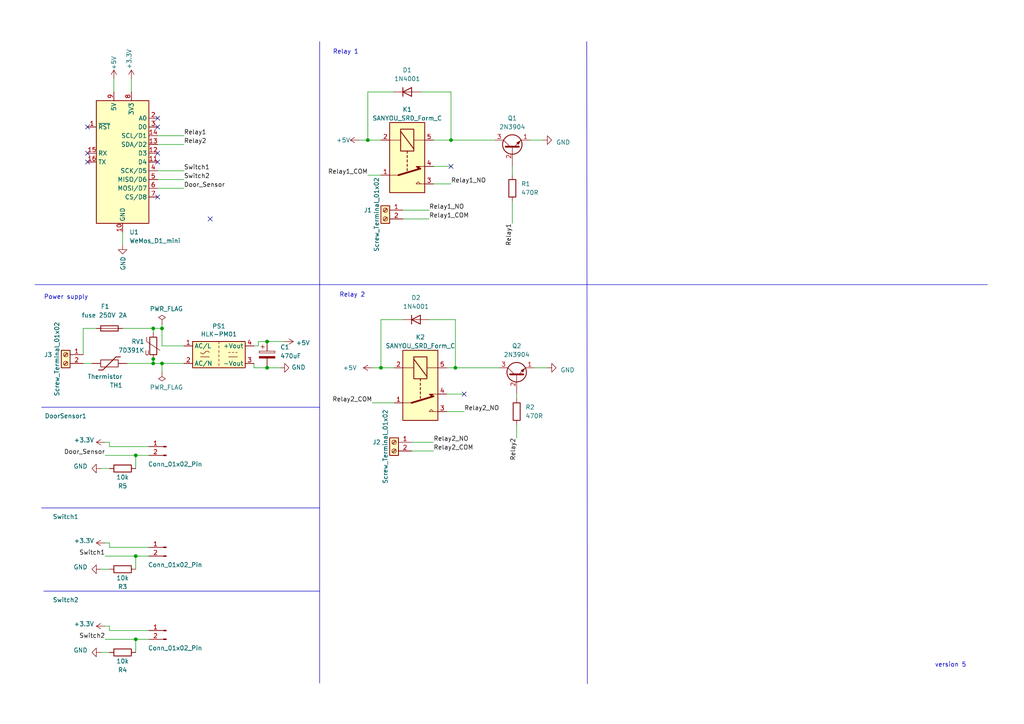
<source format=kicad_sch>
(kicad_sch (version 20230121) (generator eeschema)
  (paper "A4")
  (lib_symbols
    (symbol "Connector:Conn_01x02_Pin" (pin_names (offset 1.016) hide)
      (property "Reference" "J" (at 0 2.54 0))
      (property "Value" "Conn_01x02_Pin" (at 0 -5.08 0))
      (symbol "Conn_01x02_Pin_1_1"
        (polyline (pts (xy 1.27 -2.54) (xy 0.8636 -2.54)) (stroke (width 0.1524)))
        (polyline (pts (xy 1.27 0) (xy 0.8636 0)) (stroke (width 0.1524)))
        (rectangle (start 0.8636 -2.413) (end 0 -2.667) (stroke (width 0.1524)) (fill (type outline)))
        (rectangle (start 0.8636 0.127) (end 0 -0.127) (stroke (width 0.1524)) (fill (type outline)))
        (pin passive line (at 5.08 0 180) (length 3.81) (name "Pin_1") (number "1"))
        (pin passive line (at 5.08 -2.54 180) (length 3.81) (name "Pin_2") (number "2"))
      )
    )
    (symbol "Connector:Screw_Terminal_01x02" (pin_names (offset 1.016) hide)
      (property "Reference" "J" (at 0 2.54 0))
      (property "Value" "Screw_Terminal_01x02" (at 0 -5.08 0))
      (symbol "Screw_Terminal_01x02_1_1"
        (rectangle (start -1.27 1.27) (end 1.27 -3.81) (stroke (width 0.254)) (fill (type background)))
        (circle (center 0 -2.54) (radius 0.635) (stroke (width 0.1524)))
        (polyline (pts (xy -0.5334 -2.2098) (xy 0.3302 -3.048)) (stroke (width 0.1524)))
        (polyline (pts (xy -0.5334 0.3302) (xy 0.3302 -0.508)) (stroke (width 0.1524)))
        (polyline (pts (xy -0.3556 -2.032) (xy 0.508 -2.8702)) (stroke (width 0.1524)))
        (polyline (pts (xy -0.3556 0.508) (xy 0.508 -0.3302)) (stroke (width 0.1524)))
        (circle (center 0 0) (radius 0.635) (stroke (width 0.1524)))
        (pin passive line (at -5.08 0 0) (length 3.81) (name "Pin_1") (number "1"))
        (pin passive line (at -5.08 -2.54 0) (length 3.81) (name "Pin_2") (number "2"))
      )
    )
    (symbol "Converter_ACDC:HLK-PM01"
      (property "Reference" "PS" (at 0 5.08 0))
      (property "Value" "HLK-PM01" (at 0 -5.08 0))
      (symbol "HLK-PM01_0_1"
        (rectangle (start -7.62 3.81) (end 7.62 -3.81) (stroke (width 0.254)) (fill (type background)))
        (arc (start -5.334 0.635) (mid -4.699 0.2495) (end -4.064 0.635))
        (arc (start -2.794 0.635) (mid -3.429 1.0072) (end -4.064 0.635))
        (polyline (pts (xy -5.334 -0.635) (xy -2.794 -0.635)))
        (polyline (pts (xy 0 -2.54) (xy 0 -3.175)))
        (polyline (pts (xy 0 -1.27) (xy 0 -1.905)))
        (polyline (pts (xy 0 0) (xy 0 -0.635)))
        (polyline (pts (xy 0 1.27) (xy 0 0.635)))
        (polyline (pts (xy 0 2.54) (xy 0 1.905)))
        (polyline (pts (xy 0 3.81) (xy 0 3.175)))
        (polyline (pts (xy 2.794 -0.635) (xy 5.334 -0.635)))
        (polyline (pts (xy 2.794 0.635) (xy 3.302 0.635)))
        (polyline (pts (xy 3.81 0.635) (xy 4.318 0.635)))
        (polyline (pts (xy 4.826 0.635) (xy 5.334 0.635)))
      )
      (symbol "HLK-PM01_1_1"
        (pin power_in line (at -10.16 2.54 0) (length 2.54) (name "AC/L") (number "1"))
        (pin power_in line (at -10.16 -2.54 0) (length 2.54) (name "AC/N") (number "2"))
        (pin power_out line (at 10.16 -2.54 180) (length 2.54) (name "-Vout") (number "3"))
        (pin power_out line (at 10.16 2.54 180) (length 2.54) (name "+Vout") (number "4"))
      )
    )
    (symbol "Device:C_Polarized" (pin_numbers hide) (pin_names (offset 0.254))
      (property "Reference" "C" (at 0.635 2.54 0))
      (property "Value" "C_Polarized" (at 0.635 -2.54 0))
      (symbol "C_Polarized_0_1"
        (rectangle (start -2.286 0.508) (end 2.286 1.016))
        (polyline (pts (xy -1.778 2.286) (xy -0.762 2.286)))
        (polyline (pts (xy -1.27 2.794) (xy -1.27 1.778)))
        (rectangle (start 2.286 -0.508) (end -2.286 -1.016) (fill (type outline)))
      )
      (symbol "C_Polarized_1_1"
        (pin passive line (at 0 3.81 270) (length 2.794) (name "~") (number "1"))
        (pin passive line (at 0 -3.81 90) (length 2.794) (name "~") (number "2"))
      )
    )
    (symbol "Device:Fuse" (pin_numbers hide) (pin_names (offset 0))
      (property "Reference" "F" (at 2.032 0 90))
      (property "Value" "Fuse" (at -1.905 0 90))
      (symbol "Fuse_0_1"
        (rectangle (start -0.762 -2.54) (end 0.762 2.54) (stroke (width 0.254)))
        (polyline (pts (xy 0 2.54) (xy 0 -2.54)))
      )
      (symbol "Fuse_1_1"
        (pin passive line (at 0 3.81 270) (length 1.27) (name "~") (number "1"))
        (pin passive line (at 0 -3.81 90) (length 1.27) (name "~") (number "2"))
      )
    )
    (symbol "Device:R" (pin_numbers hide) (pin_names (offset 0))
      (property "Reference" "R" (at 2.032 0 90))
      (property "Value" "R" (at 0 0 90))
      (symbol "R_0_1"
        (rectangle (start -1.016 -2.54) (end 1.016 2.54) (stroke (width 0.254)))
      )
      (symbol "R_1_1"
        (pin passive line (at 0 3.81 270) (length 1.27) (name "~") (number "1"))
        (pin passive line (at 0 -3.81 90) (length 1.27) (name "~") (number "2"))
      )
    )
    (symbol "Device:Thermistor" (pin_numbers hide) (pin_names (offset 0))
      (property "Reference" "TH" (at 2.54 1.27 90))
      (property "Value" "Thermistor" (at -2.54 0 90))
      (symbol "Thermistor_0_1"
        (rectangle (start -1.016 2.54) (end 1.016 -2.54) (stroke (width 0.2032)))
        (polyline (pts (xy -1.905 3.175) (xy -1.905 1.905) (xy 1.905 -1.905) (xy 1.905 -3.175) (xy 1.905 -3.175)) (stroke (width 0.254)))
      )
      (symbol "Thermistor_1_1"
        (pin passive line (at 0 5.08 270) (length 2.54) (name "~") (number "1"))
        (pin passive line (at 0 -5.08 90) (length 2.54) (name "~") (number "2"))
      )
    )
    (symbol "Device:Varistor" (pin_numbers hide) (pin_names (offset 0))
      (property "Reference" "RV" (at 3.175 0 90))
      (property "Value" "Varistor" (at -3.175 0 90))
      (symbol "Varistor_0_0"
        (text "U" (at -1.778 -2.032 0) (effects (font (size 1.27 1.27))))
      )
      (symbol "Varistor_0_1"
        (rectangle (start -1.016 -2.54) (end 1.016 2.54) (stroke (width 0.254)))
        (polyline (pts (xy -1.905 2.54) (xy -1.905 1.27) (xy 1.905 -1.27)))
      )
      (symbol "Varistor_1_1"
        (pin passive line (at 0 3.81 270) (length 1.27) (name "~") (number "1"))
        (pin passive line (at 0 -3.81 90) (length 1.27) (name "~") (number "2"))
      )
    )
    (symbol "Diode:1N4001" (pin_numbers hide) (pin_names hide)
      (property "Reference" "D" (at 0 2.54 0))
      (property "Value" "1N4001" (at 0 -2.54 0))
      (symbol "1N4001_0_1"
        (polyline (pts (xy -1.27 1.27) (xy -1.27 -1.27)) (stroke (width 0.254)))
        (polyline (pts (xy 1.27 0) (xy -1.27 0)))
        (polyline (pts (xy 1.27 1.27) (xy 1.27 -1.27) (xy -1.27 0) (xy 1.27 1.27)) (stroke (width 0.254)))
      )
      (symbol "1N4001_1_1"
        (pin passive line (at -3.81 0 0) (length 2.54) (name "K") (number "1"))
        (pin passive line (at 3.81 0 180) (length 2.54) (name "A") (number "2"))
      )
    )
    (symbol "MCU_Module:WeMos_D1_mini"
      (property "Reference" "U" (at 3.81 19.05 0))
      (property "Value" "WeMos_D1_mini" (at 1.27 -19.05 0))
      (symbol "WeMos_D1_mini_1_1"
        (rectangle (start -7.62 17.78) (end 7.62 -17.78) (stroke (width 0.254)) (fill (type background)))
        (pin input line (at -10.16 10.16 0) (length 2.54) (name "~{RST}") (number "1"))
        (pin power_in line (at 0 -20.32 90) (length 2.54) (name "GND") (number "10"))
        (pin bidirectional line (at 10.16 0 180) (length 2.54) (name "D4") (number "11"))
        (pin bidirectional line (at 10.16 2.54 180) (length 2.54) (name "D3") (number "12"))
        (pin bidirectional line (at 10.16 5.08 180) (length 2.54) (name "SDA/D2") (number "13"))
        (pin bidirectional line (at 10.16 7.62 180) (length 2.54) (name "SCL/D1") (number "14"))
        (pin input line (at -10.16 2.54 0) (length 2.54) (name "RX") (number "15"))
        (pin output line (at -10.16 0 0) (length 2.54) (name "TX") (number "16"))
        (pin input line (at 10.16 12.7 180) (length 2.54) (name "A0") (number "2"))
        (pin bidirectional line (at 10.16 10.16 180) (length 2.54) (name "D0") (number "3"))
        (pin bidirectional line (at 10.16 -2.54 180) (length 2.54) (name "SCK/D5") (number "4"))
        (pin bidirectional line (at 10.16 -5.08 180) (length 2.54) (name "MISO/D6") (number "5"))
        (pin bidirectional line (at 10.16 -7.62 180) (length 2.54) (name "MOSI/D7") (number "6"))
        (pin bidirectional line (at 10.16 -10.16 180) (length 2.54) (name "CS/D8") (number "7"))
        (pin power_out line (at 2.54 20.32 270) (length 2.54) (name "3V3") (number "8"))
        (pin power_in line (at -2.54 20.32 270) (length 2.54) (name "5V") (number "9"))
      )
    )
    (symbol "Relay:SANYOU_SRD_Form_C"
      (property "Reference" "K" (at 11.43 3.81 0))
      (property "Value" "SANYOU_SRD_Form_C" (at 11.43 1.27 0))
      (symbol "SANYOU_SRD_Form_C_0_0"
        (polyline (pts (xy 7.62 5.08) (xy 7.62 2.54) (xy 6.985 3.175) (xy 7.62 3.81)))
      )
      (symbol "SANYOU_SRD_Form_C_0_1"
        (rectangle (start -10.16 5.08) (end 10.16 -5.08) (stroke (width 0.254)) (fill (type background)))
        (rectangle (start -8.255 1.905) (end -1.905 -1.905) (stroke (width 0.254)))
        (polyline (pts (xy -7.62 -1.905) (xy -2.54 1.905)) (stroke (width 0.254)))
        (polyline (pts (xy -5.08 -5.08) (xy -5.08 -1.905)))
        (polyline (pts (xy -5.08 5.08) (xy -5.08 1.905)))
        (polyline (pts (xy -1.905 0) (xy -1.27 0)) (stroke (width 0.254)))
        (polyline (pts (xy -0.635 0) (xy 0 0)) (stroke (width 0.254)))
        (polyline (pts (xy 0.635 0) (xy 1.27 0)) (stroke (width 0.254)))
        (polyline (pts (xy 1.905 0) (xy 2.54 0)) (stroke (width 0.254)))
        (polyline (pts (xy 3.175 0) (xy 3.81 0)) (stroke (width 0.254)))
        (polyline (pts (xy 5.08 -2.54) (xy 3.175 3.81)) (stroke (width 0.508)))
        (polyline (pts (xy 5.08 -2.54) (xy 5.08 -5.08)))
      )
      (symbol "SANYOU_SRD_Form_C_1_1"
        (polyline (pts (xy 2.54 3.81) (xy 3.175 3.175) (xy 2.54 2.54) (xy 2.54 5.08)) (fill (type outline)))
        (pin passive line (at 5.08 -7.62 90) (length 2.54) (name "~") (number "1"))
        (pin passive line (at -5.08 -7.62 90) (length 2.54) (name "~") (number "2"))
        (pin passive line (at 7.62 7.62 270) (length 2.54) (name "~") (number "3"))
        (pin passive line (at 2.54 7.62 270) (length 2.54) (name "~") (number "4"))
        (pin passive line (at -5.08 7.62 270) (length 2.54) (name "~") (number "5"))
      )
    )
    (symbol "Transistor_BJT:2N3904" (pin_names (offset 0) hide)
      (property "Reference" "Q" (at 5.08 1.905 0))
      (property "Value" "2N3904" (at 5.08 0 0))
      (symbol "2N3904_0_1"
        (polyline (pts (xy 0.635 0.635) (xy 2.54 2.54)))
        (polyline (pts (xy 0.635 -0.635) (xy 2.54 -2.54) (xy 2.54 -2.54)))
        (polyline (pts (xy 0.635 1.905) (xy 0.635 -1.905) (xy 0.635 -1.905)) (stroke (width 0.508)))
        (polyline (pts (xy 1.27 -1.778) (xy 1.778 -1.27) (xy 2.286 -2.286) (xy 1.27 -1.778) (xy 1.27 -1.778)) (fill (type outline)))
        (circle (center 1.27 0) (radius 2.8194) (stroke (width 0.254)))
      )
      (symbol "2N3904_1_1"
        (pin passive line (at 2.54 -5.08 90) (length 2.54) (name "E") (number "1"))
        (pin passive line (at -5.08 0 0) (length 5.715) (name "B") (number "2"))
        (pin passive line (at 2.54 5.08 270) (length 2.54) (name "C") (number "3"))
      )
    )
    (symbol "power:+3.3V" (power) (pin_names (offset 0))
      (property "Value" "+3.3V" (at 0 3.556 0))
      (symbol "+3.3V_0_1"
        (polyline (pts (xy -0.762 1.27) (xy 0 2.54)))
        (polyline (pts (xy 0 0) (xy 0 2.54)))
        (polyline (pts (xy 0 2.54) (xy 0.762 1.27)))
      )
      (symbol "+3.3V_1_1"
        (pin power_in line (at 0 0 90) (length 0) hide (name "+3.3V") (number "1"))
      )
    )
    (symbol "power:+5V" (power) (pin_names (offset 0))
      (property "Value" "+5V" (at 0 3.556 0))
      (symbol "+5V_0_1"
        (polyline (pts (xy -0.762 1.27) (xy 0 2.54)))
        (polyline (pts (xy 0 0) (xy 0 2.54)))
        (polyline (pts (xy 0 2.54) (xy 0.762 1.27)))
      )
      (symbol "+5V_1_1"
        (pin power_in line (at 0 0 90) (length 0) hide (name "+5V") (number "1"))
      )
    )
    (symbol "power:GND" (power) (pin_names (offset 0))
      (property "Value" "GND" (at 0 -3.81 0))
      (symbol "GND_0_1"
        (polyline (pts (xy 0 0) (xy 0 -1.27) (xy 1.27 -1.27) (xy 0 -2.54) (xy -1.27 -1.27) (xy 0 -1.27)))
      )
      (symbol "GND_1_1"
        (pin power_in line (at 0 0 270) (length 0) hide (name "GND") (number "1"))
      )
    )
    (symbol "power:PWR_FLAG" (power) (pin_numbers hide) (pin_names (offset 0) hide)
      (property "Value" "PWR_FLAG" (at 0 3.81 0))
      (symbol "PWR_FLAG_0_0"
        (pin power_out line (at 0 0 90) (length 0) (name "pwr") (number "1"))
      )
      (symbol "PWR_FLAG_0_1"
        (polyline (pts (xy 0 0) (xy 0 1.27) (xy -1.016 1.905) (xy 0 2.54) (xy 1.016 1.905) (xy 0 1.27)))
      )
    )
  )
  (junction (at 110.49 106.68))
  (junction (at 130.81 40.64))
  (junction (at 106.68 40.64))
  (junction (at 44.45 95.25))
  (junction (at 39.37 132.08))
  (junction (at 132.08 106.68))
  (junction (at 44.45 105.41))
  (junction (at 46.99 105.41))
  (junction (at 77.47 99.06))
  (junction (at 39.37 185.42))
  (junction (at 39.37 161.29))
  (junction (at 77.47 106.68))
  (junction (at 46.99 95.25))
  (junction (at 44.45 104.14))
  (no_connect (at 45.72 57.15))
  (no_connect (at 45.72 46.99))
  (no_connect (at 25.4 36.83))
  (no_connect (at 45.72 44.45))
  (no_connect (at 45.72 34.29))
  (no_connect (at 25.4 44.45))
  (no_connect (at 45.72 36.83))
  (no_connect (at 130.81 48.26))
  (no_connect (at 134.62 114.3))
  (no_connect (at 25.4 46.99))
  (no_connect (at 60.96 63.5))
  (wire (pts (xy 129.54 114.3) (xy 134.62 114.3)))
  (wire (pts (xy 31.75 158.75) (xy 43.18 158.75)))
  (wire (pts (xy 36.83 105.41) (xy 44.45 105.41)))
  (polyline (pts (xy 92.71 82.55) (xy 92.71 198.12)))
  (wire (pts (xy 39.37 185.42) (xy 43.18 185.42)))
  (wire (pts (xy 73.66 106.68) (xy 73.66 105.41)))
  (wire (pts (xy 38.1 22.86) (xy 38.1 26.67)))
  (wire (pts (xy 31.75 129.54) (xy 43.18 129.54)))
  (wire (pts (xy 46.99 105.41) (xy 46.99 107.95)))
  (wire (pts (xy 116.84 60.96) (xy 124.46 60.96)))
  (wire (pts (xy 125.73 53.34) (xy 130.81 53.34)))
  (wire (pts (xy 148.59 58.42) (xy 148.59 64.77)))
  (wire (pts (xy 31.75 158.75) (xy 31.75 157.48)))
  (wire (pts (xy 46.99 93.98) (xy 46.99 95.25)))
  (wire (pts (xy 39.37 132.08) (xy 43.18 132.08)))
  (wire (pts (xy 130.81 26.67) (xy 121.92 26.67)))
  (wire (pts (xy 45.72 54.61) (xy 53.34 54.61)))
  (wire (pts (xy 125.73 40.64) (xy 130.81 40.64)))
  (wire (pts (xy 132.08 92.71) (xy 124.46 92.71)))
  (wire (pts (xy 31.75 129.54) (xy 31.75 128.27)))
  (wire (pts (xy 116.84 92.71) (xy 110.49 92.71)))
  (wire (pts (xy 44.45 104.14) (xy 44.45 105.41)))
  (polyline (pts (xy 12.7 171.45) (xy 92.71 171.45)))
  (wire (pts (xy 116.84 63.5) (xy 124.46 63.5)))
  (wire (pts (xy 110.49 106.68) (xy 114.3 106.68)))
  (wire (pts (xy 44.45 95.25) (xy 44.45 96.52)))
  (wire (pts (xy 45.72 41.91) (xy 53.34 41.91)))
  (wire (pts (xy 45.72 39.37) (xy 53.34 39.37)))
  (wire (pts (xy 45.72 52.07) (xy 53.34 52.07)))
  (polyline (pts (xy 12.065 118.11) (xy 92.71 118.11)))
  (wire (pts (xy 114.3 26.67) (xy 106.68 26.67)))
  (wire (pts (xy 132.08 106.68) (xy 144.78 106.68)))
  (wire (pts (xy 35.56 95.25) (xy 44.45 95.25)))
  (wire (pts (xy 130.81 40.64) (xy 143.51 40.64)))
  (wire (pts (xy 74.93 100.33) (xy 74.93 99.06)))
  (wire (pts (xy 73.66 100.33) (xy 74.93 100.33)))
  (wire (pts (xy 39.37 165.1) (xy 39.37 161.29)))
  (wire (pts (xy 35.56 67.31) (xy 35.56 71.12)))
  (wire (pts (xy 24.13 105.41) (xy 26.67 105.41)))
  (wire (pts (xy 153.67 40.64) (xy 157.48 40.64)))
  (wire (pts (xy 24.13 102.87) (xy 24.13 95.25)))
  (wire (pts (xy 31.75 182.88) (xy 31.75 181.61)))
  (wire (pts (xy 31.75 157.48) (xy 30.48 157.48)))
  (wire (pts (xy 149.86 114.3) (xy 149.86 115.57)))
  (wire (pts (xy 39.37 161.29) (xy 30.48 161.29)))
  (polyline (pts (xy 10.16 82.55) (xy 286.385 82.55)))
  (wire (pts (xy 149.86 123.19) (xy 149.86 127)))
  (wire (pts (xy 106.68 40.64) (xy 110.49 40.64)))
  (wire (pts (xy 73.66 106.68) (xy 77.47 106.68)))
  (wire (pts (xy 106.68 26.67) (xy 106.68 40.64)))
  (wire (pts (xy 132.08 106.68) (xy 132.08 92.71)))
  (wire (pts (xy 46.99 100.33) (xy 53.34 100.33)))
  (wire (pts (xy 31.75 128.27) (xy 30.48 128.27)))
  (wire (pts (xy 46.99 105.41) (xy 53.34 105.41)))
  (wire (pts (xy 77.47 106.68) (xy 81.28 106.68)))
  (wire (pts (xy 44.45 105.41) (xy 46.99 105.41)))
  (polyline (pts (xy 92.71 12.065) (xy 92.71 82.55)))
  (polyline (pts (xy 12.065 147.32) (xy 92.71 147.32)))
  (wire (pts (xy 39.37 185.42) (xy 30.48 185.42)))
  (wire (pts (xy 106.68 50.8) (xy 110.49 50.8)))
  (wire (pts (xy 107.95 106.68) (xy 110.49 106.68)))
  (wire (pts (xy 44.45 95.25) (xy 46.99 95.25)))
  (wire (pts (xy 130.81 40.64) (xy 130.81 26.67)))
  (wire (pts (xy 29.21 135.89) (xy 31.75 135.89)))
  (wire (pts (xy 129.54 106.68) (xy 132.08 106.68)))
  (wire (pts (xy 45.72 49.53) (xy 53.34 49.53)))
  (polyline (pts (xy 170.18 12.065) (xy 170.3639 198.3139)))
  (wire (pts (xy 31.75 181.61) (xy 30.48 181.61)))
  (wire (pts (xy 39.37 135.89) (xy 39.37 132.08)))
  (wire (pts (xy 119.38 130.81) (xy 125.73 130.81)))
  (wire (pts (xy 74.93 99.06) (xy 77.47 99.06)))
  (wire (pts (xy 46.99 95.25) (xy 46.99 100.33)))
  (wire (pts (xy 29.21 165.1) (xy 31.75 165.1)))
  (wire (pts (xy 129.54 119.38) (xy 134.62 119.38)))
  (wire (pts (xy 125.73 48.26) (xy 130.81 48.26)))
  (wire (pts (xy 39.37 132.08) (xy 30.48 132.08)))
  (wire (pts (xy 31.75 182.88) (xy 43.18 182.88)))
  (wire (pts (xy 24.13 95.25) (xy 27.94 95.25)))
  (wire (pts (xy 107.95 116.84) (xy 114.3 116.84)))
  (wire (pts (xy 39.37 161.29) (xy 43.18 161.29)))
  (wire (pts (xy 148.59 48.26) (xy 148.59 50.8)))
  (wire (pts (xy 110.49 92.71) (xy 110.49 106.68)))
  (wire (pts (xy 29.21 189.23) (xy 31.75 189.23)))
  (wire (pts (xy 104.14 40.64) (xy 106.68 40.64)))
  (wire (pts (xy 33.02 22.86) (xy 33.02 26.67)))
  (wire (pts (xy 77.47 99.06) (xy 82.55 99.06)))
  (wire (pts (xy 154.94 106.68) (xy 158.75 106.68)))
  (wire (pts (xy 119.38 128.27) (xy 125.73 128.27)))
  (wire (pts (xy 44.45 102.87) (xy 44.45 104.14)))
  (wire (pts (xy 39.37 189.23) (xy 39.37 185.42)))
  (text "Power supply" (at 12.7 86.995 0) (effects (font (size 1.27 1.27)) (justify left bottom)))
  (text "Relay 2" (at 98.425 86.36 0) (effects (font (size 1.27 1.27)) (justify left bottom)))
  (text "version 5\n" (at 271.145 193.675 0) (effects (font (size 1.27 1.27)) (justify left bottom)))
  (text "Relay 1" (at 96.52 15.875 0) (effects (font (size 1.27 1.27)) (justify left bottom)))
  (label "Relay1_COM" (at 124.46 63.5 0))
  (label "Relay1" (at 53.34 39.37 0))
  (label "Door_Sensor" (at 30.48 132.08 180))
  (label "Switch2" (at 53.34 52.07 0))
  (label "Relay2_NO" (at 134.62 119.38 0))
  (label "Door_Sensor" (at 53.34 54.61 0))
  (label "Switch1" (at 30.48 161.29 180))
  (label "Relay2" (at 149.86 127 270))
  (label "Relay1_NO" (at 130.81 53.34 0))
  (label "Relay1_NO" (at 124.46 60.96 0))
  (label "Relay2_NO" (at 125.73 128.27 0))
  (label "Relay1" (at 148.59 64.77 270))
  (label "Relay2" (at 53.34 41.91 0))
  (label "Relay1_COM" (at 106.68 50.8 180))
  (label "Relay2_COM" (at 125.73 130.81 0))
  (label "Switch2" (at 30.48 185.42 180))
  (label "Switch1" (at 53.34 49.53 0))
  (label "Relay2_COM" (at 107.95 116.84 180))
  (symbol (lib_id "power:+3.3V") (at 38.1 22.86 0) (unit 1)
    (property "Reference" "#PWR013" (effects hide))
    (property "Value" "+3.3V" (at 37.465 17.145 90))
  )
  (symbol (lib_id "power:PWR_FLAG") (at 46.99 93.98 0) (unit 1)
    (property "Reference" "#FLG02" (effects hide))
    (property "Value" "PWR_FLAG" (at 48.26 89.5858 0))
  )
  (symbol (lib_id "Device:C_Polarized") (at 77.47 102.87 0) (unit 1)
    (property "Reference" "C1" (at 81.28 100.711 0) (effects (justify left)))
    (property "Value" "470uF" (at 81.28 103.251 0) (effects (justify left)))
    (property "Footprint" "Capacitor_THT:CP_Radial_D6.3mm_P2.50mm" (effects hide))
  )
  (symbol (lib_id "Relay:SANYOU_SRD_Form_C") (at 121.92 111.76 270) (unit 1)
    (property "Reference" "K2" (at 121.92 97.79 90))
    (property "Value" "SANYOU_SRD_Form_C" (at 121.92 100.33 90))
    (property "Footprint" "Relay_THT:Relay_SPDT_SANYOU_SRD_Series_Form_C" (effects hide))
    (property "Datasheet" "http://www.sanyourelay.ca/public/products/pdf/SRD.pdf" (effects hide))
  )
  (symbol (lib_id "MCU_Module:WeMos_D1_mini") (at 35.56 46.99 0) (unit 1)
    (property "Reference" "U1" (at 37.5159 67.31 0) (effects (justify left)))
    (property "Value" "WeMos_D1_mini" (at 37.5159 69.85 0) (effects (justify left)))
    (property "Footprint" "Module:WEMOS_D1_mini_light" (effects hide))
    (property "Datasheet" "https://wiki.wemos.cc/products:d1:d1_mini#documentation" (effects hide))
  )
  (symbol (lib_id "power:GND") (at 29.21 189.23 270) (unit 1)
    (property "Reference" "#PWR05" (effects hide))
    (property "Value" "GND" (at 25.4 188.595 90) (effects (justify right)))
  )
  (symbol (lib_id "Transistor_BJT:2N3904") (at 148.59 43.18 90) (unit 1)
    (property "Reference" "Q1" (at 148.59 34.29 90))
    (property "Value" "2N3904" (at 148.59 36.83 90))
    (property "Footprint" "Package_TO_SOT_THT:TO-92_Wide" (effects hide))
    (property "Datasheet" "https://www.onsemi.com/pub/Collateral/2N3903-D.PDF" (effects hide))
  )
  (symbol (lib_id "Device:R") (at 148.59 54.61 0) (unit 1)
    (property "Reference" "R1" (at 151.13 53.34 0) (effects (justify left)))
    (property "Value" "470R" (at 151.13 55.88 0) (effects (justify left)))
    (property "Footprint" "Resistor_THT:R_Axial_DIN0207_L6.3mm_D2.5mm_P7.62mm_Horizontal" (effects hide))
  )
  (symbol (lib_id "power:GND") (at 35.56 71.12 0) (unit 1)
    (property "Reference" "#PWR02" (effects hide))
    (property "Value" "GND" (at 35.687 74.3712 90) (effects (justify right)))
  )
  (symbol (lib_id "power:+5V") (at 107.95 106.68 90) (unit 1)
    (property "Reference" "#PWR012" (effects hide))
    (property "Value" "+5V" (at 103.505 106.68 90) (effects (justify left)))
  )
  (symbol (lib_id "power:GND") (at 157.48 40.64 90) (unit 1)
    (property "Reference" "#PWR09" (effects hide))
    (property "Value" "GND" (at 161.29 41.275 90) (effects (justify right)))
  )
  (symbol (lib_id "Device:R") (at 35.56 165.1 270) (unit 1)
    (property "Reference" "R3" (at 35.56 170.18 90))
    (property "Value" "10k" (at 35.56 167.64 90))
    (property "Footprint" "Resistor_THT:R_Axial_DIN0207_L6.3mm_D2.5mm_P7.62mm_Horizontal" (effects hide))
  )
  (symbol (lib_id "power:+3.3V") (at 30.48 157.48 90) (unit 1)
    (property "Reference" "#PWR04" (effects hide))
    (property "Value" "+3.3V" (at 27.305 156.845 90) (effects (justify left)))
  )
  (symbol (lib_id "Converter_ACDC:HLK-PM01") (at 63.5 102.87 0) (unit 1)
    (property "Reference" "PS1" (at 63.5 94.615 0))
    (property "Value" "HLK-PM01" (at 63.5 96.9264 0))
    (property "Footprint" "Converter_ACDC:Converter_ACDC_HiLink_HLK-PMxx" (effects hide))
    (property "Datasheet" "http://www.hlktech.net/product_detail.php?ProId=54" (effects hide))
  )
  (symbol (lib_id "Device:Fuse") (at 31.75 95.25 90) (unit 1)
    (property "Reference" "F1" (at 31.75 88.9 90) (effects (justify left)))
    (property "Value" "fuse 250V 2A" (at 36.83 91.44 90) (effects (justify left)))
    (property "Footprint" "Various_Custom_Parts:resetable_fuse_D9mm_W3.3mm_P5mm" (effects hide))
  )
  (symbol (lib_id "Connector:Conn_01x02_Pin") (at 48.26 158.75 0) (mirror y) (unit 1)
    (property "Reference" "Switch1" (at 19.05 149.86 0))
    (property "Value" "Conn_01x02_Pin" (at 50.8 163.83 0))
    (property "Footprint" "Connector_JST:JST_EH_B2B-EH-A_1x02_P2.50mm_Vertical" (effects hide))
  )
  (symbol (lib_id "Connector:Screw_Terminal_01x02") (at 114.3 128.27 0) (mirror y) (unit 1)
    (property "Reference" "J2" (at 109.22 128.27 0))
    (property "Value" "Screw_Terminal_01x02" (at 111.76 129.54 90))
    (property "Footprint" "TerminalBlock:TerminalBlock_bornier-2_P5.08mm" (effects hide))
  )
  (symbol (lib_id "power:+3.3V") (at 30.48 128.27 90) (unit 1)
    (property "Reference" "#PWR014" (effects hide))
    (property "Value" "+3.3V" (at 27.305 127.635 90) (effects (justify left)))
  )
  (symbol (lib_id "Diode:1N4001") (at 120.65 92.71 0) (unit 1)
    (property "Reference" "D2" (at 120.65 86.36 0))
    (property "Value" "1N4001" (at 120.65 88.9 0))
    (property "Footprint" "Diode_THT:D_DO-41_SOD81_P7.62mm_Horizontal" (effects hide))
    (property "Datasheet" "http://www.vishay.com/docs/88503/1n4001.pdf" (effects hide))
    (property "Sim.Device" "D" (effects hide))
    (property "Sim.Pins" "1=K 2=A" (effects hide))
  )
  (symbol (lib_id "power:+5V") (at 82.55 99.06 270) (unit 1)
    (property "Reference" "#PWR07" (effects hide))
    (property "Value" "+5V" (at 85.8012 99.441 90) (effects (justify left)))
  )
  (symbol (lib_id "Device:Varistor") (at 44.45 100.33 0) (unit 1)
    (property "Reference" "RV1" (at 38.1 99.06 0) (effects (justify left)))
    (property "Value" "7D391K" (at 34.29 101.6 0) (effects (justify left)))
    (property "Footprint" "Various_Custom_Parts:resetable_fuse_D9mm_W3.3mm_P5mm" (effects hide))
    (property "Sim.Name" "kicad_builtin_varistor" (effects hide))
    (property "Sim.Device" "SUBCKT" (effects hide))
    (property "Sim.Pins" "1=A 2=B" (effects hide))
    (property "Sim.Params" "threshold=1k" (effects hide))
    (property "Sim.Library" "${KICAD7_SYMBOL_DIR}/Simulation_SPICE.sp" (effects hide))
  )
  (symbol (lib_id "Device:R") (at 35.56 135.89 270) (unit 1)
    (property "Reference" "R5" (at 35.56 140.97 90))
    (property "Value" "10k" (at 35.56 138.43 90))
    (property "Footprint" "Resistor_THT:R_Axial_DIN0207_L6.3mm_D2.5mm_P7.62mm_Horizontal" (effects hide))
  )
  (symbol (lib_id "power:GND") (at 81.28 106.68 90) (unit 1)
    (property "Reference" "#PWR015" (effects hide))
    (property "Value" "GND" (at 84.5312 106.553 90) (effects (justify right)))
  )
  (symbol (lib_id "power:GND") (at 29.21 135.89 270) (unit 1)
    (property "Reference" "#PWR016" (effects hide))
    (property "Value" "GND" (at 25.4 135.255 90) (effects (justify right)))
  )
  (symbol (lib_id "power:+3.3V") (at 30.48 181.61 90) (unit 1)
    (property "Reference" "#PWR06" (effects hide))
    (property "Value" "+3.3V" (at 27.305 180.975 90) (effects (justify left)))
  )
  (symbol (lib_id "power:GND") (at 158.75 106.68 90) (unit 1)
    (property "Reference" "#PWR010" (effects hide))
    (property "Value" "GND" (at 162.56 107.315 90) (effects (justify right)))
  )
  (symbol (lib_id "Connector:Conn_01x02_Pin") (at 48.26 182.88 0) (mirror y) (unit 1)
    (property "Reference" "Switch2" (at 19.05 173.99 0))
    (property "Value" "Conn_01x02_Pin" (at 50.8 187.96 0))
    (property "Footprint" "Connector_JST:JST_EH_B2B-EH-A_1x02_P2.50mm_Vertical" (effects hide))
  )
  (symbol (lib_id "Transistor_BJT:2N3904") (at 149.86 109.22 90) (unit 1)
    (property "Reference" "Q2" (at 149.86 100.33 90))
    (property "Value" "2N3904" (at 149.86 102.87 90))
    (property "Footprint" "Package_TO_SOT_THT:TO-92_Wide" (effects hide))
    (property "Datasheet" "https://www.onsemi.com/pub/Collateral/2N3903-D.PDF" (effects hide))
  )
  (symbol (lib_id "Device:R") (at 149.86 119.38 0) (unit 1)
    (property "Reference" "R2" (at 152.4 118.11 0) (effects (justify left)))
    (property "Value" "470R" (at 152.4 120.65 0) (effects (justify left)))
    (property "Footprint" "Resistor_THT:R_Axial_DIN0207_L6.3mm_D2.5mm_P7.62mm_Horizontal" (effects hide))
  )
  (symbol (lib_id "Connector:Screw_Terminal_01x02") (at 19.05 102.87 0) (mirror y) (unit 1)
    (property "Reference" "J3" (at 13.97 102.87 0))
    (property "Value" "Screw_Terminal_01x02" (at 16.51 104.14 90))
    (property "Footprint" "TerminalBlock:TerminalBlock_bornier-2_P5.08mm" (effects hide))
  )
  (symbol (lib_id "power:+5V") (at 104.14 40.64 90) (unit 1)
    (property "Reference" "#PWR022" (effects hide))
    (property "Value" "+5V" (at 101.6 40.64 90) (effects (justify left)))
  )
  (symbol (lib_id "power:+5V") (at 33.02 22.86 0) (unit 1)
    (property "Reference" "#PWR01" (effects hide))
    (property "Value" "+5V" (at 33.02 20.32 90) (effects (justify left)))
  )
  (symbol (lib_id "Diode:1N4001") (at 118.11 26.67 0) (unit 1)
    (property "Reference" "D1" (at 118.11 20.32 0))
    (property "Value" "1N4001" (at 118.11 22.86 0))
    (property "Footprint" "Diode_THT:D_DO-41_SOD81_P7.62mm_Horizontal" (effects hide))
    (property "Datasheet" "http://www.vishay.com/docs/88503/1n4001.pdf" (effects hide))
    (property "Sim.Device" "D" (effects hide))
    (property "Sim.Pins" "1=K 2=A" (effects hide))
  )
  (symbol (lib_id "Relay:SANYOU_SRD_Form_C") (at 118.11 45.72 270) (unit 1)
    (property "Reference" "K1" (at 118.11 31.75 90))
    (property "Value" "SANYOU_SRD_Form_C" (at 118.11 34.29 90))
    (property "Footprint" "Relay_THT:Relay_SPDT_SANYOU_SRD_Series_Form_C" (effects hide))
    (property "Datasheet" "http://www.sanyourelay.ca/public/products/pdf/SRD.pdf" (effects hide))
  )
  (symbol (lib_id "Device:R") (at 35.56 189.23 270) (unit 1)
    (property "Reference" "R4" (at 35.56 194.31 90))
    (property "Value" "10k" (at 35.56 191.77 90))
    (property "Footprint" "Resistor_THT:R_Axial_DIN0207_L6.3mm_D2.5mm_P7.62mm_Horizontal" (effects hide))
  )
  (symbol (lib_id "Connector:Screw_Terminal_01x02") (at 111.76 60.96 0) (mirror y) (unit 1)
    (property "Reference" "J1" (at 106.68 60.96 0))
    (property "Value" "Screw_Terminal_01x02" (at 109.22 62.23 90))
    (property "Footprint" "TerminalBlock:TerminalBlock_bornier-2_P5.08mm" (effects hide))
  )
  (symbol (lib_id "power:PWR_FLAG") (at 46.99 107.95 180) (unit 1)
    (property "Reference" "#FLG03" (effects hide))
    (property "Value" "PWR_FLAG" (at 48.26 112.3442 0))
  )
  (symbol (lib_id "power:GND") (at 29.21 165.1 270) (unit 1)
    (property "Reference" "#PWR03" (effects hide))
    (property "Value" "GND" (at 25.4 164.465 90) (effects (justify right)))
  )
  (symbol (lib_id "Connector:Conn_01x02_Pin") (at 48.26 129.54 0) (mirror y) (unit 1)
    (property "Reference" "DoorSensor1" (at 19.05 120.65 0))
    (property "Value" "Conn_01x02_Pin" (at 50.8 134.62 0))
    (property "Footprint" "Connector_JST:JST_EH_B2B-EH-A_1x02_P2.50mm_Vertical" (effects hide))
  )
  (symbol (lib_id "Device:Thermistor") (at 31.75 105.41 270) (unit 1)
    (property "Reference" "TH1" (at 35.56 111.76 90) (effects (justify right)))
    (property "Value" "Thermistor" (at 35.56 109.22 90) (effects (justify right)))
    (property "Footprint" "Resistor_THT:R_Axial_DIN0414_L11.9mm_D4.5mm_P15.24mm_Horizontal" (effects hide))
  )
)
</source>
